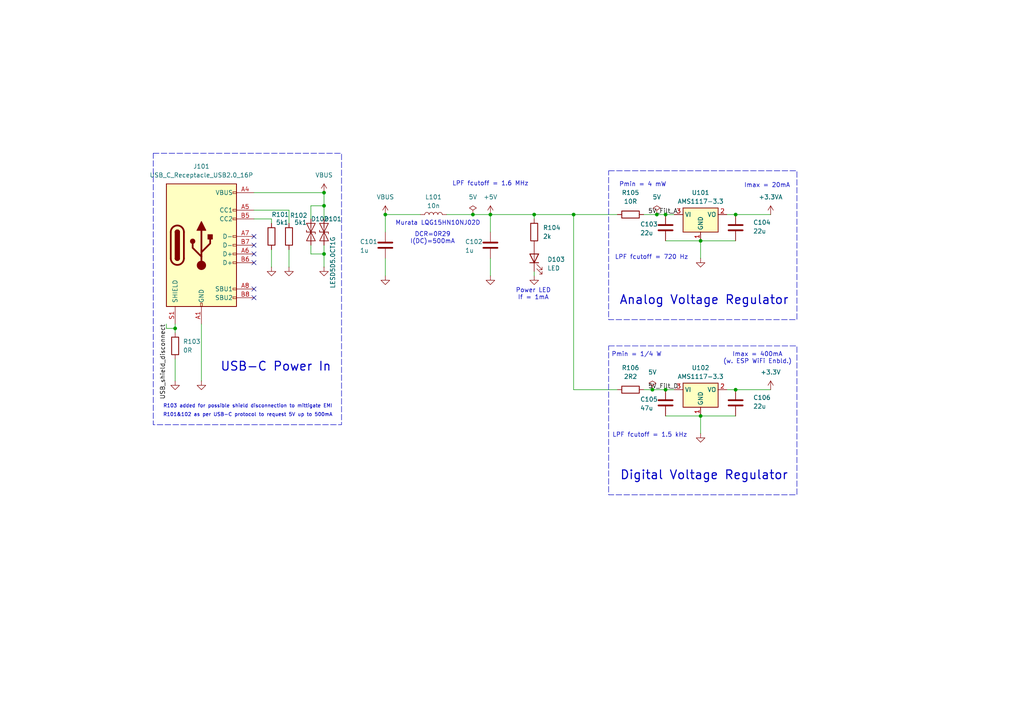
<source format=kicad_sch>
(kicad_sch (version 20231120) (generator "eeschema") (generator_version "8.0")
  (paper "A4")
  (title_block (title "BASM SOUNDCARD DEV V0") (date "2025-05-06") (rev "2") (company "BUCHAREST APPLIED STEAM MUSEUM"))
  (lib_symbols
    (symbol "Connector:USB_C_Receptacle_USB2.0_16P" (pin_names (offset 1.016))
      (property "Reference" "J" (at 0 22.225 0))
      (property "Value" "USB_C_Receptacle_USB2.0_16P" (at 0 19.685 0))
      (symbol "USB_C_Receptacle_USB2.0_16P_0_0"
        (rectangle (start -0.254 -17.78) (end 0.254 -16.764))
        (rectangle (start 10.16 -14.986) (end 9.144 -15.494))
        (rectangle (start 10.16 -12.446) (end 9.144 -12.954))
        (rectangle (start 10.16 -4.826) (end 9.144 -5.334))
        (rectangle (start 10.16 -2.286) (end 9.144 -2.794))
        (rectangle (start 10.16 0.254) (end 9.144 -0.254))
        (rectangle (start 10.16 2.794) (end 9.144 2.286))
        (rectangle (start 10.16 7.874) (end 9.144 7.366))
        (rectangle (start 10.16 10.414) (end 9.144 9.906))
        (rectangle (start 10.16 15.494) (end 9.144 14.986))
      )
      (symbol "USB_C_Receptacle_USB2.0_16P_0_1"
        (rectangle (start -10.16 17.78) (end 10.16 -17.78) (stroke (width 0.254)) (fill (type background)))
        (arc (start -8.89 -3.81) (mid -6.985 -5.7067) (end -5.08 -3.81) (stroke (width 0.508)))
        (arc (start -7.62 -3.81) (mid -6.985 -4.4423) (end -6.35 -3.81) (stroke (width 0.254)))
        (arc (start -7.62 -3.81) (mid -6.985 -4.4423) (end -6.35 -3.81) (stroke (width 0.254)) (fill (type outline)))
        (rectangle (start -7.62 -3.81) (end -6.35 3.81) (stroke (width 0.254)) (fill (type outline)))
        (arc (start -6.35 3.81) (mid -6.985 4.4423) (end -7.62 3.81) (stroke (width 0.254)))
        (arc (start -6.35 3.81) (mid -6.985 4.4423) (end -7.62 3.81) (stroke (width 0.254)) (fill (type outline)))
        (arc (start -5.08 3.81) (mid -6.985 5.7067) (end -8.89 3.81) (stroke (width 0.508)))
        (circle (center -2.54 1.143) (radius 0.635) (stroke (width 0.254)) (fill (type outline)))
        (circle (center 0 -5.842) (radius 1.27) (fill (type outline)))
        (polyline (pts (xy -8.89 -3.81) (xy -8.89 3.81)) (stroke (width 0.508)))
        (polyline (pts (xy -5.08 3.81) (xy -5.08 -3.81)) (stroke (width 0.508)))
        (polyline (pts (xy 0 -5.842) (xy 0 4.318)) (stroke (width 0.508)))
        (polyline (pts (xy 0 -3.302) (xy -2.54 -0.762) (xy -2.54 0.508)) (stroke (width 0.508)))
        (polyline (pts (xy 0 -2.032) (xy 2.54 0.508) (xy 2.54 1.778)) (stroke (width 0.508)))
        (polyline (pts (xy -1.27 4.318) (xy 0 6.858) (xy 1.27 4.318) (xy -1.27 4.318)) (stroke (width 0.254)) (fill (type outline)))
        (rectangle (start 1.905 1.778) (end 3.175 3.048) (stroke (width 0.254)) (fill (type outline)))
      )
      (symbol "USB_C_Receptacle_USB2.0_16P_1_1"
        (pin passive line (at 0 -22.86 90) (length 5.08) (name "GND") (number "A1"))
        (pin passive line (at 0 -22.86 90) (length 5.08) hide (name "GND") (number "A12"))
        (pin passive line (at 15.24 15.24 180) (length 5.08) (name "VBUS") (number "A4"))
        (pin bidirectional line (at 15.24 10.16 180) (length 5.08) (name "CC1") (number "A5"))
        (pin bidirectional line (at 15.24 -2.54 180) (length 5.08) (name "D+") (number "A6"))
        (pin bidirectional line (at 15.24 2.54 180) (length 5.08) (name "D-") (number "A7"))
        (pin bidirectional line (at 15.24 -12.7 180) (length 5.08) (name "SBU1") (number "A8"))
        (pin passive line (at 15.24 15.24 180) (length 5.08) hide (name "VBUS") (number "A9"))
        (pin passive line (at 0 -22.86 90) (length 5.08) hide (name "GND") (number "B1"))
        (pin passive line (at 0 -22.86 90) (length 5.08) hide (name "GND") (number "B12"))
        (pin passive line (at 15.24 15.24 180) (length 5.08) hide (name "VBUS") (number "B4"))
        (pin bidirectional line (at 15.24 7.62 180) (length 5.08) (name "CC2") (number "B5"))
        (pin bidirectional line (at 15.24 -5.08 180) (length 5.08) (name "D+") (number "B6"))
        (pin bidirectional line (at 15.24 0 180) (length 5.08) (name "D-") (number "B7"))
        (pin bidirectional line (at 15.24 -15.24 180) (length 5.08) (name "SBU2") (number "B8"))
        (pin passive line (at 15.24 15.24 180) (length 5.08) hide (name "VBUS") (number "B9"))
        (pin passive line (at -7.62 -22.86 90) (length 5.08) (name "SHIELD") (number "S1"))
      )
    )
    (symbol "Device:C" (pin_numbers hide) (pin_names (offset 0.254))
      (property "Reference" "C" (at 0.635 2.54 0))
      (property "Value" "C" (at 0.635 -2.54 0))
      (symbol "C_0_1"
        (polyline (pts (xy -2.032 -0.762) (xy 2.032 -0.762)) (stroke (width 0.508)))
        (polyline (pts (xy -2.032 0.762) (xy 2.032 0.762)) (stroke (width 0.508)))
      )
      (symbol "C_1_1"
        (pin passive line (at 0 3.81 270) (length 2.794) (name "~") (number "1"))
        (pin passive line (at 0 -3.81 90) (length 2.794) (name "~") (number "2"))
      )
    )
    (symbol "Device:L" (pin_numbers hide) (pin_names (offset 1.016) hide)
      (property "Reference" "L" (at -1.27 0 90))
      (property "Value" "L" (at 1.905 0 90))
      (symbol "L_0_1"
        (arc (start 0 -2.54) (mid 0.6323 -1.905) (end 0 -1.27))
        (arc (start 0 -1.27) (mid 0.6323 -0.635) (end 0 0))
        (arc (start 0 0) (mid 0.6323 0.635) (end 0 1.27))
        (arc (start 0 1.27) (mid 0.6323 1.905) (end 0 2.54))
      )
      (symbol "L_1_1"
        (pin passive line (at 0 3.81 270) (length 1.27) (name "1") (number "1"))
        (pin passive line (at 0 -3.81 90) (length 1.27) (name "2") (number "2"))
      )
    )
    (symbol "Device:LED" (pin_numbers hide) (pin_names (offset 1.016) hide)
      (property "Reference" "D" (at 0 2.54 0))
      (property "Value" "LED" (at 0 -2.54 0))
      (symbol "LED_0_1"
        (polyline (pts (xy -1.27 -1.27) (xy -1.27 1.27)) (stroke (width 0.254)))
        (polyline (pts (xy -1.27 0) (xy 1.27 0)))
        (polyline (pts (xy 1.27 -1.27) (xy 1.27 1.27) (xy -1.27 0) (xy 1.27 -1.27)) (stroke (width 0.254)))
        (polyline (pts (xy -3.048 -0.762) (xy -4.572 -2.286) (xy -3.81 -2.286) (xy -4.572 -2.286) (xy -4.572 -1.524)))
        (polyline (pts (xy -1.778 -0.762) (xy -3.302 -2.286) (xy -2.54 -2.286) (xy -3.302 -2.286) (xy -3.302 -1.524)))
      )
      (symbol "LED_1_1"
        (pin passive line (at -3.81 0 0) (length 2.54) (name "K") (number "1"))
        (pin passive line (at 3.81 0 180) (length 2.54) (name "A") (number "2"))
      )
    )
    (symbol "Device:R" (pin_numbers hide) (pin_names (offset 0))
      (property "Reference" "R" (at 2.032 0 90))
      (property "Value" "R" (at 0 0 90))
      (symbol "R_0_1"
        (rectangle (start -1.016 -2.54) (end 1.016 2.54) (stroke (width 0.254)))
      )
      (symbol "R_1_1"
        (pin passive line (at 0 3.81 270) (length 1.27) (name "~") (number "1"))
        (pin passive line (at 0 -3.81 90) (length 1.27) (name "~") (number "2"))
      )
    )
    (symbol "Diode:ESD9B5.0ST5G" (pin_numbers hide) (pin_names (offset 1.016) hide)
      (property "Reference" "D" (at 0 2.54 0))
      (property "Value" "ESD9B5.0ST5G" (at 0 -2.54 0))
      (symbol "ESD9B5.0ST5G_0_1"
        (polyline (pts (xy 1.27 0) (xy -1.27 0)))
        (polyline (pts (xy -2.54 -1.27) (xy 0 0) (xy -2.54 1.27) (xy -2.54 -1.27)) (stroke (width 0.2032)))
        (polyline (pts (xy 0.508 1.27) (xy 0 1.27) (xy 0 -1.27) (xy -0.508 -1.27)) (stroke (width 0.2032)))
        (polyline (pts (xy 2.54 1.27) (xy 2.54 -1.27) (xy 0 0) (xy 2.54 1.27)) (stroke (width 0.2032)))
      )
      (symbol "ESD9B5.0ST5G_1_1"
        (pin passive line (at -3.81 0 0) (length 2.54) (name "A1") (number "1"))
        (pin passive line (at 3.81 0 180) (length 2.54) (name "A2") (number "2"))
      )
    )
    (symbol "Regulator_Linear:AMS1117-3.3"
      (property "Reference" "U" (at -3.81 3.175 0))
      (property "Value" "AMS1117-3.3" (at 0 3.175 0))
      (symbol "AMS1117-3.3_0_1"
        (rectangle (start -5.08 -5.08) (end 5.08 1.905) (stroke (width 0.254)) (fill (type background)))
      )
      (symbol "AMS1117-3.3_1_1"
        (pin power_in line (at 0 -7.62 90) (length 2.54) (name "GND") (number "1"))
        (pin power_out line (at 7.62 0 180) (length 2.54) (name "VO") (number "2"))
        (pin power_in line (at -7.62 0 0) (length 2.54) (name "VI") (number "3"))
      )
    )
    (symbol "power:+3.3V" (power) (pin_numbers hide) (pin_names (offset 0) hide)
      (property "Value" "+3.3V" (at 0 3.556 0))
      (symbol "+3.3V_0_1"
        (polyline (pts (xy -0.762 1.27) (xy 0 2.54)))
        (polyline (pts (xy 0 0) (xy 0 2.54)))
        (polyline (pts (xy 0 2.54) (xy 0.762 1.27)))
      )
      (symbol "+3.3V_1_1"
        (pin power_in line (at 0 0 90) (length 0) (name "~") (number "1"))
      )
    )
    (symbol "power:+3.3VA" (power) (pin_numbers hide) (pin_names (offset 0) hide)
      (property "Value" "+3.3VA" (at 0 3.556 0))
      (symbol "+3.3VA_0_1"
        (polyline (pts (xy -0.762 1.27) (xy 0 2.54)))
        (polyline (pts (xy 0 0) (xy 0 2.54)))
        (polyline (pts (xy 0 2.54) (xy 0.762 1.27)))
      )
      (symbol "+3.3VA_1_1"
        (pin power_in line (at 0 0 90) (length 0) (name "~") (number "1"))
      )
    )
    (symbol "power:+5V" (power) (pin_numbers hide) (pin_names (offset 0) hide)
      (property "Value" "+5V" (at 0 3.556 0))
      (symbol "+5V_0_1"
        (polyline (pts (xy -0.762 1.27) (xy 0 2.54)))
        (polyline (pts (xy 0 0) (xy 0 2.54)))
        (polyline (pts (xy 0 2.54) (xy 0.762 1.27)))
      )
      (symbol "+5V_1_1"
        (pin power_in line (at 0 0 90) (length 0) (name "~") (number "1"))
      )
    )
    (symbol "power:GND" (power) (pin_numbers hide) (pin_names (offset 0) hide)
      (property "Value" "GND" (at 0 -3.81 0))
      (symbol "GND_0_1"
        (polyline (pts (xy 0 0) (xy 0 -1.27) (xy 1.27 -1.27) (xy 0 -2.54) (xy -1.27 -1.27) (xy 0 -1.27)))
      )
      (symbol "GND_1_1"
        (pin power_in line (at 0 0 270) (length 0) (name "~") (number "1"))
      )
    )
    (symbol "power:PWR_FLAG" (power) (pin_numbers hide) (pin_names (offset 0) hide)
      (property "Value" "PWR_FLAG" (at 0 3.81 0))
      (symbol "PWR_FLAG_0_0"
        (pin power_out line (at 0 0 90) (length 0) (name "~") (number "1"))
      )
      (symbol "PWR_FLAG_0_1"
        (polyline (pts (xy 0 0) (xy 0 1.27) (xy -1.016 1.905) (xy 0 2.54) (xy 1.016 1.905) (xy 0 1.27)))
      )
    )
    (symbol "power:VBUS" (power) (pin_numbers hide) (pin_names (offset 0) hide)
      (property "Value" "VBUS" (at 0 3.556 0))
      (symbol "VBUS_0_1"
        (polyline (pts (xy -0.762 1.27) (xy 0 2.54)))
        (polyline (pts (xy 0 0) (xy 0 2.54)))
        (polyline (pts (xy 0 2.54) (xy 0.762 1.27)))
      )
      (symbol "VBUS_1_1"
        (pin power_in line (at 0 0 90) (length 0) (name "~") (number "1"))
      )
    )
  )
  (junction (at 189.23 113.03))
  (junction (at 193.04 62.23))
  (junction (at 213.36 62.23))
  (junction (at 166.37 62.23))
  (junction (at 203.2 69.85))
  (junction (at 111.76 62.23))
  (junction (at 137.16 62.23))
  (junction (at 50.8 95.25))
  (junction (at 203.2 120.65))
  (junction (at 193.04 113.03))
  (junction (at 93.98 59.69))
  (junction (at 154.94 62.23))
  (junction (at 93.98 73.66))
  (junction (at 190.5 62.23))
  (junction (at 213.36 113.03))
  (junction (at 93.98 55.88))
  (junction (at 142.24 62.23))
  (no_connect (at 73.66 71.12))
  (no_connect (at 73.66 76.2))
  (no_connect (at 73.66 83.82))
  (no_connect (at 73.66 73.66))
  (no_connect (at 73.66 68.58))
  (no_connect (at 73.66 86.36))
  (wire (pts (xy 111.76 62.23) (xy 111.76 67.31)))
  (wire (pts (xy 203.2 120.65) (xy 213.36 120.65)))
  (wire (pts (xy 213.36 113.03) (xy 223.52 113.03)))
  (wire (pts (xy 189.23 113.03) (xy 186.69 113.03)))
  (wire (pts (xy 166.37 113.03) (xy 166.37 62.23)))
  (wire (pts (xy 193.04 113.03) (xy 189.23 113.03)))
  (wire (pts (xy 50.8 95.25) (xy 50.8 96.52)))
  (wire (pts (xy 50.8 104.14) (xy 50.8 110.49)))
  (wire (pts (xy 90.17 71.12) (xy 90.17 73.66)))
  (wire (pts (xy 193.04 62.23) (xy 195.58 62.23)))
  (wire (pts (xy 154.94 62.23) (xy 166.37 62.23)))
  (wire (pts (xy 48.26 95.25) (xy 50.8 95.25)))
  (wire (pts (xy 111.76 62.23) (xy 121.92 62.23)))
  (wire (pts (xy 83.82 60.96) (xy 83.82 64.77)))
  (wire (pts (xy 93.98 59.69) (xy 93.98 63.5)))
  (wire (pts (xy 179.07 113.03) (xy 166.37 113.03)))
  (wire (pts (xy 93.98 71.12) (xy 93.98 73.66)))
  (wire (pts (xy 73.66 55.88) (xy 93.98 55.88)))
  (wire (pts (xy 142.24 62.23) (xy 142.24 67.31)))
  (wire (pts (xy 203.2 120.65) (xy 203.2 125.73)))
  (wire (pts (xy 142.24 62.23) (xy 154.94 62.23)))
  (wire (pts (xy 90.17 63.5) (xy 90.17 59.69)))
  (wire (pts (xy 129.54 62.23) (xy 137.16 62.23)))
  (wire (pts (xy 78.74 63.5) (xy 78.74 64.77)))
  (wire (pts (xy 154.94 78.74) (xy 154.94 80.01)))
  (wire (pts (xy 90.17 59.69) (xy 93.98 59.69)))
  (wire (pts (xy 193.04 69.85) (xy 203.2 69.85)))
  (wire (pts (xy 73.66 63.5) (xy 78.74 63.5)))
  (wire (pts (xy 90.17 73.66) (xy 93.98 73.66)))
  (wire (pts (xy 203.2 69.85) (xy 203.2 74.93)))
  (wire (pts (xy 50.8 93.98) (xy 50.8 95.25)))
  (wire (pts (xy 186.69 62.23) (xy 190.5 62.23)))
  (wire (pts (xy 73.66 60.96) (xy 83.82 60.96)))
  (wire (pts (xy 78.74 72.39) (xy 78.74 77.47)))
  (wire (pts (xy 210.82 62.23) (xy 213.36 62.23)))
  (wire (pts (xy 190.5 62.23) (xy 193.04 62.23)))
  (wire (pts (xy 193.04 113.03) (xy 195.58 113.03)))
  (wire (pts (xy 193.04 120.65) (xy 203.2 120.65)))
  (wire (pts (xy 48.26 93.98) (xy 48.26 95.25)))
  (wire (pts (xy 93.98 73.66) (xy 93.98 77.47)))
  (wire (pts (xy 142.24 74.93) (xy 142.24 80.01)))
  (wire (pts (xy 137.16 62.23) (xy 142.24 62.23)))
  (wire (pts (xy 154.94 63.5) (xy 154.94 62.23)))
  (wire (pts (xy 58.42 93.98) (xy 58.42 110.49)))
  (wire (pts (xy 93.98 55.88) (xy 93.98 59.69)))
  (wire (pts (xy 166.37 62.23) (xy 179.07 62.23)))
  (wire (pts (xy 83.82 72.39) (xy 83.82 77.47)))
  (wire (pts (xy 203.2 69.85) (xy 213.36 69.85)))
  (wire (pts (xy 213.36 62.23) (xy 223.52 62.23)))
  (wire (pts (xy 210.82 113.03) (xy 213.36 113.03)))
  (wire (pts (xy 111.76 74.93) (xy 111.76 80.01)))
  (rectangle (start 176.53 49.53) (end 231.14 92.71) (stroke (width 0) (type dash)))
  (rectangle (start 44.45 44.45) (end 99.06 123.19) (stroke (width 0) (type dash)))
  (rectangle (start 176.53 100.33) (end 231.14 143.51) (stroke (width 0) (type dash)))
  (text "Analog Voltage Regulator\n" (at 204.216 87.122 0) (effects (font (size 2.54 2.54) (thickness 0.3175))))
  (text "Murata LQG15HN10NJ02D\n" (at 127 64.77 0) (effects (font (size 1.27 1.27))))
  (text "Imax = 20mA\n" (at 222.504 53.848 0) (effects (font (size 1.27 1.27))))
  (text "Pmin = 1/4 W\n" (at 184.658 102.87 0) (effects (font (size 1.27 1.27))))
  (text "LPF fcutoff = 1.5 kHz" (at 188.468 126.238 0) (effects (font (size 1.27 1.27))))
  (text "Pmin = 4 mW\n\n" (at 186.436 54.61 0) (effects (font (size 1.27 1.27))))
  (text "DCR=0R29\nI(DC)=500mA\n" (at 125.476 69.088 0) (effects (font (size 1.27 1.27))))
  (text "USB-C Power In\n" (at 80.01 106.426 0) (effects (font (size 2.54 2.54) (thickness 0.3175))))
  (text "Imax = 400mA\n(w. ESP WiFi Enbld.)\n" (at 219.71 103.886 0) (effects (font (size 1.27 1.27))))
  (text "Power LED\nIf = 1mA\n" (at 154.686 85.344 0) (effects (font (size 1.27 1.27))))
  (text "Digital Voltage Regulator" (at 204.216 137.922 0) (effects (font (size 2.54 2.54) (thickness 0.3175))))
  (text "LPF fcutoff = 1.6 MHz" (at 142.24 53.34 0) (effects (font (size 1.27 1.27))))
  (text "R103 added for possible shield disconnection to mittigate EMI" (at 71.882 117.856 0) (effects (font (size 1.016 1.016))))
  (text "R101&102 as per USB-C protocol to request 5V up to 500mA" (at 71.882 120.396 0) (effects (font (size 1.016 1.016))))
  (text "LPF fcutoff = 720 Hz" (at 188.976 74.676 0) (effects (font (size 1.27 1.27))))
  (label "5V_Filt_D" (at 187.96 113.03 0))
  (label "USB_shield_disconnect" (at 48.26 93.98 270))
  (label "5V_Filt_A" (at 187.96 62.23 0))
  (symbol (lib_id "Device:LED") (at 154.94 74.93 90) (unit 1)
    (property "Reference" "D103" (at 158.75 75.2474 90) (effects (justify right)))
    (property "Value" "LED" (at 158.75 77.7874 90) (effects (justify right)))
    (property "Footprint" "LED_SMD:LED_0402_1005Metric" (effects (hide yes)))
    (property "Description" "Light emitting diode" (effects (hide yes)))
    (property "JLCPCB Link" "https://jlcpcb.com/partdetail/Yongyutai-YLED0402R/C21260817" (effects (hide yes)))
    (property "Manufacturer" "YONGYUTAI " (effects (hide yes)))
    (property "Manufacturer P/N" "YLED0402R" (effects (hide yes)))
  )
  (symbol (lib_id "Device:C") (at 142.24 71.12 0) (unit 1)
    (property "Reference" "C102" (at 134.874 70.104 0) (effects (justify left)))
    (property "Value" "1u" (at 134.874 72.644 0) (effects (justify left)))
    (property "Footprint" "Capacitor_SMD:C_0402_1005Metric" (effects (hide yes)))
    (property "Description" "Unpolarized capacitor" (effects (hide yes)))
    (property "JLCPCB Link" "https://jlcpcb.com/partdetail/15107-CL05A105KP5NNNC/C14445" (effects (hide yes)))
    (property "Manufacturer" "Samsung Electro-Mechanics " (effects (hide yes)))
    (property "Manufacturer P/N" "CL05A105KP5NNNC" (effects (hide yes)))
  )
  (symbol (lib_id "power:+3.3V") (at 223.52 113.03 0) (unit 1)
    (property "Reference" "#PWR015" (effects (hide yes)))
    (property "Value" "+3.3V" (at 223.52 107.95 0))
    (property "Description" "Power symbol creates a global label with name \"+3.3V\"" (effects (hide yes)))
  )
  (symbol (lib_id "Regulator_Linear:AMS1117-3.3") (at 203.2 113.03 0) (unit 1)
    (property "Reference" "U102" (at 203.2 106.68 0))
    (property "Value" "AMS1117-3.3" (at 203.2 109.22 0))
    (property "Footprint" "Package_TO_SOT_SMD:SOT-223-3_TabPin2" (effects (hide yes)))
    (property "Datasheet" "http://www.advanced-monolithic.com/pdf/ds1117.pdf" (effects (hide yes)))
    (property "Description" "1A Low Dropout regulator, positive, 3.3V fixed output, SOT-223" (effects (hide yes)))
    (property "JLCPCB Link" "https://jlcpcb.com/partdetail/Advanced_MonolithicSystems-AMS1117_33/C6186" (effects (hide yes)))
    (property "Manufacturer" "Advanced Monolithic Systems " (effects (hide yes)))
    (property "Manufacturer P/N" "AMS1117-3.3" (effects (hide yes)))
  )
  (symbol (lib_id "Device:R") (at 78.74 68.58 0) (unit 1)
    (property "Reference" "R101" (at 78.74 62.23 0) (effects (justify left)))
    (property "Value" "5k1" (at 80.01 64.516 0) (effects (justify left)))
    (property "Footprint" "Resistor_SMD:R_0402_1005Metric" (effects (hide yes)))
    (property "Description" "Resistor" (effects (hide yes)))
    (property "JLCPCB Link" "https://jlcpcb.com/partdetail/26648-0402WGF5101TCE/C25905" (effects (hide yes)))
    (property "Manufacturer" "UNI-ROYAL(Uniroyal Elec) " (effects (hide yes)))
    (property "Manufacturer P/N" "0402WGF5101TCE" (effects (hide yes)))
  )
  (symbol (lib_id "power:PWR_FLAG") (at 189.23 113.03 0) (unit 1)
    (property "Reference" "#FLG02" (effects (hide yes)))
    (property "Value" "5V" (at 189.23 107.95 0))
    (property "Description" "Special symbol for telling ERC where power comes from" (effects (hide yes)))
  )
  (symbol (lib_id "power:GND") (at 50.8 110.49 0) (unit 1)
    (property "Reference" "#PWR01" (effects (hide yes)))
    (property "Value" "GND" (effects (hide yes)))
    (property "Description" "Power symbol creates a global label with name \"GND\" , ground" (effects (hide yes)))
  )
  (symbol (lib_id "power:GND") (at 154.94 80.01 0) (unit 1)
    (property "Reference" "#PWR011" (effects (hide yes)))
    (property "Value" "GND" (effects (hide yes)))
    (property "Description" "Power symbol creates a global label with name \"GND\" , ground" (effects (hide yes)))
  )
  (symbol (lib_id "power:GND") (at 111.76 80.01 0) (unit 1)
    (property "Reference" "#PWR08" (effects (hide yes)))
    (property "Value" "GND" (effects (hide yes)))
    (property "Description" "Power symbol creates a global label with name \"GND\" , ground" (effects (hide yes)))
  )
  (symbol (lib_id "power:GND") (at 58.42 110.49 0) (unit 1)
    (property "Reference" "#PWR02" (effects (hide yes)))
    (property "Value" "GND" (effects (hide yes)))
    (property "Description" "Power symbol creates a global label with name \"GND\" , ground" (effects (hide yes)))
  )
  (symbol (lib_id "Device:C") (at 193.04 116.84 0) (unit 1)
    (property "Reference" "C105" (at 185.674 115.824 0) (effects (justify left)))
    (property "Value" "47u" (at 185.674 118.364 0) (effects (justify left)))
    (property "Footprint" "Capacitor_SMD:C_0603_1608Metric" (effects (hide yes)))
    (property "Description" "Unpolarized capacitor" (effects (hide yes)))
    (property "JLCPCB Link" "https://jlcpcb.com/partdetail/152108-GRM188R60J476ME15D/C140782" (effects (hide yes)))
    (property "Manufacturer" "Murata Electronics" (effects (hide yes)))
    (property "Manufacturer P/N" "GRM188R60J476ME15D" (effects (hide yes)))
  )
  (symbol (lib_id "power:GND") (at 203.2 74.93 0) (unit 1)
    (property "Reference" "#PWR012" (effects (hide yes)))
    (property "Value" "GND" (effects (hide yes)))
    (property "Description" "Power symbol creates a global label with name \"GND\" , ground" (effects (hide yes)))
  )
  (symbol (lib_id "Device:C") (at 111.76 71.12 0) (unit 1)
    (property "Reference" "C101" (at 104.394 70.104 0) (effects (justify left)))
    (property "Value" "1u" (at 104.394 72.644 0) (effects (justify left)))
    (property "Footprint" "Capacitor_SMD:C_0402_1005Metric" (effects (hide yes)))
    (property "Description" "Unpolarized capacitor" (effects (hide yes)))
    (property "JLCPCB Link" "https://jlcpcb.com/partdetail/15107-CL05A105KP5NNNC/C14445" (effects (hide yes)))
    (property "Manufacturer" "Samsung Electro-Mechanics " (effects (hide yes)))
    (property "Manufacturer P/N" "CL05A105KP5NNNC" (effects (hide yes)))
  )
  (symbol (lib_id "Device:R") (at 50.8 100.33 0) (unit 1)
    (property "Reference" "R103" (at 53.086 99.06 0) (effects (justify left)))
    (property "Value" "0R" (at 53.086 101.6 0) (effects (justify left)))
    (property "Footprint" "Resistor_SMD:R_0603_1608Metric" (effects (hide yes)))
    (property "Description" "Resistor" (effects (hide yes)))
    (property "JLCPCB Link" "https://jlcpcb.com/partdetail/16080-0603WAJ0000T5E/C15402" (effects (hide yes)))
    (property "Manufacturer" "UNI-ROYAL(Uniroyal Elec) " (effects (hide yes)))
    (property "Manufacturer P/N" "0603WAJ0000T5E" (effects (hide yes)))
  )
  (symbol (lib_id "power:VBUS") (at 93.98 55.88 0) (unit 1)
    (property "Reference" "#PWR05" (effects (hide yes)))
    (property "Value" "VBUS" (at 93.98 50.8 0))
    (property "Description" "Power symbol creates a global label with name \"VBUS\"" (effects (hide yes)))
  )
  (symbol (lib_id "Device:C") (at 193.04 66.04 0) (unit 1)
    (property "Reference" "C103" (at 185.674 65.024 0) (effects (justify left)))
    (property "Value" "22u" (at 185.674 67.564 0) (effects (justify left)))
    (property "Footprint" "Capacitor_SMD:C_0603_1608Metric" (effects (hide yes)))
    (property "Description" "Unpolarized capacitor" (effects (hide yes)))
    (property "JLCPCB Link" "https://jlcpcb.com/partdetail/60514-CL10A226MQ8NRNC/C59461" (effects (hide yes)))
    (property "Manufacturer" "Samsung Electro-Mechanics " (effects (hide yes)))
    (property "Manufacturer P/N" "CL10A226MQ8NRNC" (effects (hide yes)))
  )
  (symbol (lib_id "Diode:ESD9B5.0ST5G") (at 93.98 67.31 90) (unit 1)
    (property "Reference" "D101" (at 93.98 63.5 90) (effects (justify right)))
    (property "Value" "LESD5D5.0CT1G" (at 96.52 68.5799 0) (effects (justify right)))
    (property "Footprint" "Diode_SMD:D_SOD-523" (effects (hide yes)))
    (property "Datasheet" "https://www.onsemi.com/pub/Collateral/ESD9B-D.PDF" (effects (hide yes)))
    (property "Description" "ESD protection diode, 5.0Vrwm, SOD-923" (effects (hide yes)))
    (property "JLCPCB Link" "https://jlcpcb.com/partdetail/LRC-LESD5D50CT1G/C383211" (effects (hide yes)))
    (property "Manufacturer" "LRC" (effects (hide yes)))
    (property "Manufacturer P/N" "LESD5D5.0CT1G" (effects (hide yes)))
  )
  (symbol (lib_id "power:GND") (at 142.24 80.01 0) (unit 1)
    (property "Reference" "#PWR010" (effects (hide yes)))
    (property "Value" "GND" (effects (hide yes)))
    (property "Description" "Power symbol creates a global label with name \"GND\" , ground" (effects (hide yes)))
  )
  (symbol (lib_id "Device:C") (at 213.36 66.04 0) (unit 1)
    (property "Reference" "C104" (at 218.44 64.516 0) (effects (justify left)))
    (property "Value" "22u" (at 218.44 67.056 0) (effects (justify left)))
    (property "Footprint" "Capacitor_SMD:C_0603_1608Metric" (effects (hide yes)))
    (property "Description" "Unpolarized capacitor" (effects (hide yes)))
    (property "JLCPCB Link" "https://jlcpcb.com/partdetail/60514-CL10A226MQ8NRNC/C59461" (effects (hide yes)))
    (property "Manufacturer" "Samsung Electro-Mechanics " (effects (hide yes)))
    (property "Manufacturer P/N" "CL10A226MQ8NRNC" (effects (hide yes)))
  )
  (symbol (lib_id "Device:R") (at 182.88 62.23 90) (unit 1)
    (property "Reference" "R105" (at 182.88 55.88 90))
    (property "Value" "10R" (at 182.88 58.42 90))
    (property "Footprint" "Resistor_SMD:R_0603_1608Metric" (effects (hide yes)))
    (property "Description" "Resistor" (effects (hide yes)))
    (property "JLCPCB Link" "https://jlcpcb.com/partdetail/23586-0603WAF100JT5E/C22859" (effects (hide yes)))
    (property "Manufacturer" "UNI-ROYAL(Uniroyal Elec) " (effects (hide yes)))
    (property "Manufacturer P/N" "0603WAF100JT5E" (effects (hide yes)))
  )
  (symbol (lib_id "Connector:USB_C_Receptacle_USB2.0_16P") (at 58.42 71.12 0) (unit 1)
    (property "Reference" "J101" (at 58.42 48.26 0))
    (property "Value" "USB_C_Receptacle_USB2.0_16P" (at 58.42 50.8 0))
    (property "Footprint" "Connector_USB:USB_C_Receptacle_HRO_TYPE-C-31-M-12" (effects (hide yes)))
    (property "Datasheet" "https://www.usb.org/sites/default/files/documents/usb_type-c.zip" (effects (hide yes)))
    (property "Description" "USB 2.0-only 16P Type-C Receptacle connector" (effects (hide yes)))
    (property "JLCPCB Link" "https://jlcpcb.com/partdetail/Korean_HropartsElec-TYPE_C_31_M12/C165948" (effects (hide yes)))
    (property "Manufacturer" "Korean Hroparts Elec " (effects (hide yes)))
    (property "Manufacturer P/N" "TYPE-C-31-M-12" (effects (hide yes)))
  )
  (symbol (lib_id "power:VBUS") (at 111.76 62.23 0) (unit 1)
    (property "Reference" "#PWR07" (effects (hide yes)))
    (property "Value" "VBUS" (at 111.76 57.15 0))
    (property "Description" "Power symbol creates a global label with name \"VBUS\"" (effects (hide yes)))
  )
  (symbol (lib_id "power:GND") (at 93.98 77.47 0) (unit 1)
    (property "Reference" "#PWR06" (effects (hide yes)))
    (property "Value" "GND" (effects (hide yes)))
    (property "Description" "Power symbol creates a global label with name \"GND\" , ground" (effects (hide yes)))
  )
  (symbol (lib_id "power:GND") (at 78.74 77.47 0) (unit 1)
    (property "Reference" "#PWR03" (effects (hide yes)))
    (property "Value" "GND" (effects (hide yes)))
    (property "Description" "Power symbol creates a global label with name \"GND\" , ground" (effects (hide yes)))
  )
  (symbol (lib_id "power:GND") (at 203.2 125.73 0) (unit 1)
    (property "Reference" "#PWR013" (effects (hide yes)))
    (property "Value" "GND" (effects (hide yes)))
    (property "Description" "Power symbol creates a global label with name \"GND\" , ground" (effects (hide yes)))
  )
  (symbol (lib_id "power:+3.3VA") (at 223.52 62.23 0) (unit 1)
    (property "Reference" "#PWR014" (effects (hide yes)))
    (property "Value" "+3.3VA" (at 223.52 57.15 0))
    (property "Description" "Power symbol creates a global label with name \"+3.3VA\"" (effects (hide yes)))
  )
  (symbol (lib_id "power:PWR_FLAG") (at 190.5 62.23 0) (unit 1)
    (property "Reference" "#FLG03" (effects (hide yes)))
    (property "Value" "5V" (at 190.5 57.15 0))
    (property "Description" "Special symbol for telling ERC where power comes from" (effects (hide yes)))
  )
  (symbol (lib_id "Device:L") (at 125.73 62.23 90) (unit 1)
    (property "Reference" "L101" (at 125.73 57.15 90))
    (property "Value" "10n" (at 125.73 59.69 90))
    (property "Footprint" "Inductor_SMD:L_0402_1005Metric" (effects (hide yes)))
    (property "Description" "Inductor" (effects (hide yes)))
    (property "JLCPCB Link" "https://jlcpcb.com/partdetail/MurataElectronics-LQG15HS10NJ02D/C77103" (effects (hide yes)))
    (property "Manufacturer" "Murata Electronics " (effects (hide yes)))
    (property "Manufacturer P/N" "LQG15HS10NJ02D" (effects (hide yes)))
  )
  (symbol (lib_id "Regulator_Linear:AMS1117-3.3") (at 203.2 62.23 0) (unit 1)
    (property "Reference" "U101" (at 203.2 55.88 0))
    (property "Value" "AMS1117-3.3" (at 203.2 58.42 0))
    (property "Footprint" "Package_TO_SOT_SMD:SOT-223-3_TabPin2" (effects (hide yes)))
    (property "Datasheet" "http://www.advanced-monolithic.com/pdf/ds1117.pdf" (effects (hide yes)))
    (property "Description" "1A Low Dropout regulator, positive, 3.3V fixed output, SOT-223" (effects (hide yes)))
    (property "JLCPCB Link" "https://jlcpcb.com/partdetail/Advanced_MonolithicSystems-AMS1117_33/C6186" (effects (hide yes)))
    (property "Manufacturer" "Advanced Monolithic Systems " (effects (hide yes)))
    (property "Manufacturer P/N" "AMS1117-3.3" (effects (hide yes)))
  )
  (symbol (lib_id "Device:R") (at 83.82 68.58 0) (unit 1)
    (property "Reference" "R102" (at 84.074 62.484 0) (effects (justify left)))
    (property "Value" "5k1" (at 85.344 64.516 0) (effects (justify left)))
    (property "Footprint" "Resistor_SMD:R_0402_1005Metric" (effects (hide yes)))
    (property "Description" "Resistor" (effects (hide yes)))
    (property "JLCPCB Link" "https://jlcpcb.com/partdetail/26648-0402WGF5101TCE/C25905" (effects (hide yes)))
    (property "Manufacturer" "UNI-ROYAL(Uniroyal Elec) " (effects (hide yes)))
    (property "Manufacturer P/N" "0402WGF5101TCE" (effects (hide yes)))
  )
  (symbol (lib_id "power:PWR_FLAG") (at 137.16 62.23 0) (unit 1)
    (property "Reference" "#FLG01" (effects (hide yes)))
    (property "Value" "5V" (at 137.16 57.15 0))
    (property "Description" "Special symbol for telling ERC where power comes from" (effects (hide yes)))
  )
  (symbol (lib_id "Device:R") (at 154.94 67.31 0) (unit 1)
    (property "Reference" "R104" (at 157.48 66.0399 0) (effects (justify left)))
    (property "Value" "2k" (at 157.48 68.5799 0) (effects (justify left)))
    (property "Footprint" "Resistor_SMD:R_0402_1005Metric" (effects (hide yes)))
    (property "Description" "Resistor" (effects (hide yes)))
    (property "JLCPCB Link" "https://jlcpcb.com/partdetail/4516-0402WGF2001TCE/C4109" (effects (hide yes)))
    (property "Manufacturer" "UNI-ROYAL(Uniroyal Elec) " (effects (hide yes)))
    (property "Manufacturer P/N" "0402WGF2001TCE" (effects (hide yes)))
  )
  (symbol (lib_id "power:+5V") (at 142.24 62.23 0) (unit 1)
    (property "Reference" "#PWR09" (effects (hide yes)))
    (property "Value" "+5V" (at 142.24 57.15 0))
    (property "Description" "Power symbol creates a global label with name \"+5V\"" (effects (hide yes)))
  )
  (symbol (lib_id "Diode:ESD9B5.0ST5G") (at 90.17 67.31 90) (unit 1)
    (property "Reference" "D102" (at 90.17 63.5 90) (effects (justify right)))
    (property "Value" "LESD5D5.0CT1G" (effects (hide yes)))
    (property "Footprint" "Diode_SMD:D_SOD-523" (effects (hide yes)))
    (property "Datasheet" "https://www.onsemi.com/pub/Collateral/ESD9B-D.PDF" (effects (hide yes)))
    (property "Description" "ESD protection diode, 5.0Vrwm, SOD-923" (effects (hide yes)))
    (property "JLCPCB Link" "https://jlcpcb.com/partdetail/LRC-LESD5D50CT1G/C383211" (effects (hide yes)))
    (property "Manufacturer" "LRC" (effects (hide yes)))
    (property "Manufacturer P/N" "LESD5D5.0CT1G" (effects (hide yes)))
  )
  (symbol (lib_id "power:GND") (at 83.82 77.47 0) (unit 1)
    (property "Reference" "#PWR04" (effects (hide yes)))
    (property "Value" "GND" (effects (hide yes)))
    (property "Description" "Power symbol creates a global label with name \"GND\" , ground" (effects (hide yes)))
  )
  (symbol (lib_id "Device:C") (at 213.36 116.84 0) (unit 1)
    (property "Reference" "C106" (at 218.44 115.316 0) (effects (justify left)))
    (property "Value" "22u" (at 218.44 117.856 0) (effects (justify left)))
    (property "Footprint" "Capacitor_SMD:C_0603_1608Metric" (effects (hide yes)))
    (property "Description" "Unpolarized capacitor" (effects (hide yes)))
    (property "JLCPCB Link" "https://jlcpcb.com/partdetail/60514-CL10A226MQ8NRNC/C59461" (effects (hide yes)))
    (property "Manufacturer" "Samsung Electro-Mechanics " (effects (hide yes)))
    (property "Manufacturer P/N" "CL10A226MQ8NRNC" (effects (hide yes)))
  )
  (symbol (lib_id "Device:R") (at 182.88 113.03 90) (unit 1)
    (property "Reference" "R106" (at 182.88 106.68 90))
    (property "Value" "2R2" (at 182.88 109.22 90))
    (property "Footprint" "Resistor_SMD:R_1206_3216Metric" (effects (hide yes)))
    (property "Description" "Resistor" (effects (hide yes)))
    (property "JLCPCB Link" "https://jlcpcb.com/partdetail/18635-1206W4F220KT5E/C17947" (effects (hide yes)))
    (property "Manufacturer" "UNI-ROYAL(Uniroyal Elec) " (effects (hide yes)))
    (property "Manufacturer P/N" "1206W4F220KT5E" (effects (hide yes)))
  )
)
</source>
